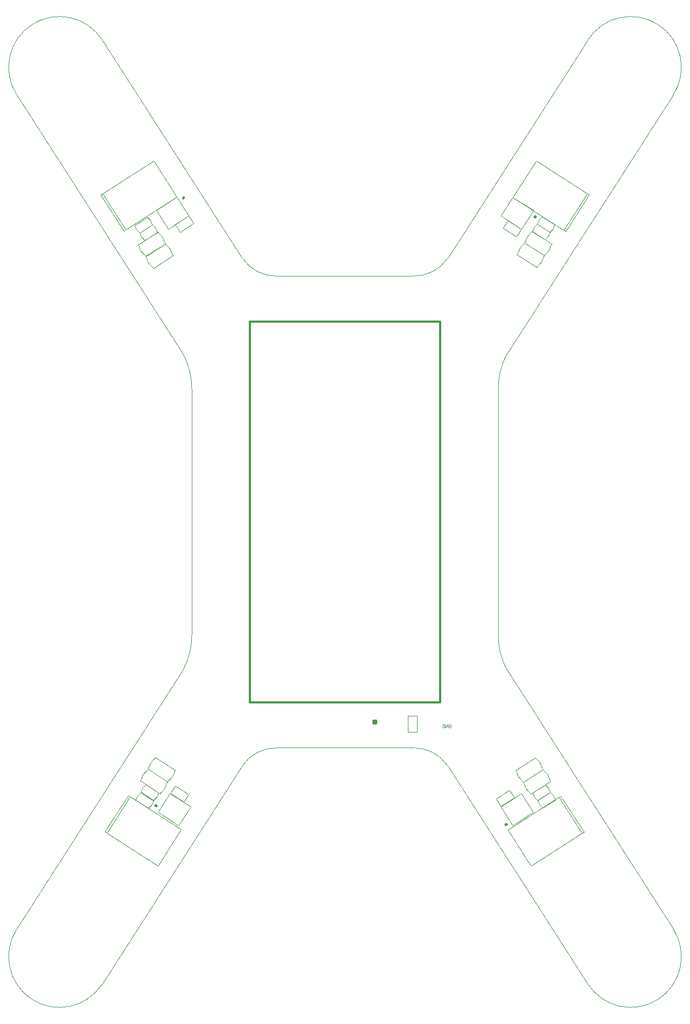
<source format=gbo>
G04 Layer_Color=32896*
%FSLAX44Y44*%
%MOMM*%
G71*
G01*
G75*
%ADD40C,0.3000*%
%ADD45C,0.1000*%
%ADD67C,0.4000*%
D40*
X1160000Y1400000D02*
Y2000000D01*
X860000Y1400000D02*
X1160000D01*
X860000D02*
Y2000000D01*
X1160000D01*
X1010000D02*
X1160000D01*
X756346Y2194253D02*
X755715Y2195234D01*
X754734Y2194603D01*
X755365Y2193622D01*
X756346Y2194253D01*
X1310061Y2163671D02*
X1310691Y2164652D01*
X1309710Y2165282D01*
X1309080Y2164301D01*
X1310061Y2163671D01*
X712039Y1238479D02*
X711409Y1237498D01*
X712390Y1236868D01*
X713020Y1237849D01*
X712039Y1238479D01*
X1262855Y1208197D02*
X1263485Y1207216D01*
X1264466Y1207847D01*
X1263836Y1208828D01*
X1262855Y1208197D01*
D45*
X706169Y2152266D02*
G03*
X698463Y2164252I-17452J-2749D01*
G01*
X678696Y2151545D02*
G03*
X686401Y2139558I17452J2749D01*
G01*
X714069Y2140366D02*
G03*
X706363Y2152352I-17452J-2749D01*
G01*
X686596Y2139645D02*
G03*
X694301Y2127658I17452J2749D01*
G01*
X738769Y2103510D02*
G03*
X726872Y2122016I-30553J-6564D01*
G01*
X696169Y2102279D02*
G03*
X708066Y2083773I30553J6564D01*
G01*
X726969Y2122310D02*
G03*
X715072Y2140816I-30553J-6564D01*
G01*
X684369Y2121079D02*
G03*
X696266Y2102573I30553J6564D01*
G01*
X1321101Y2165142D02*
G03*
X1313396Y2153155I9746J-14735D01*
G01*
X1333163Y2140448D02*
G03*
X1340869Y2152434I-9746J14735D01*
G01*
X1313301Y2153242D02*
G03*
X1305596Y2141255I9746J-14735D01*
G01*
X1325363Y2128548D02*
G03*
X1333069Y2140534I-9746J14735D01*
G01*
X1293228Y2123116D02*
G03*
X1281331Y2104610I18656J-25070D01*
G01*
X1312034Y2084873D02*
G03*
X1323931Y2103379I-18656J25070D01*
G01*
X1305128Y2141716D02*
G03*
X1293231Y2123210I18656J-25070D01*
G01*
X1323934Y2103473D02*
G03*
X1335831Y2121979I-18656J25070D01*
G01*
X708699Y1245858D02*
G03*
X716404Y1257845I-9746J14735D01*
G01*
X696637Y1270552D02*
G03*
X688931Y1258566I9746J-14735D01*
G01*
X700599Y1233458D02*
G03*
X708304Y1245445I-9746J14735D01*
G01*
X688537Y1258152D02*
G03*
X680831Y1246166I9746J-14735D01*
G01*
X718572Y1256584D02*
G03*
X730469Y1275090I-18656J25070D01*
G01*
X699766Y1294827D02*
G03*
X687869Y1276321I18656J-25070D01*
G01*
X730572Y1275084D02*
G03*
X742469Y1293590I-18656J25070D01*
G01*
X711766Y1313327D02*
G03*
X699869Y1294821I18656J-25070D01*
G01*
X1314031Y1245934D02*
G03*
X1321737Y1233948I17452J2749D01*
G01*
X1341504Y1246655D02*
G03*
X1333799Y1258642I-17452J-2749D01*
G01*
X1305731Y1257934D02*
G03*
X1313437Y1245948I17452J2749D01*
G01*
X1333204Y1258655D02*
G03*
X1325499Y1270642I-17452J-2749D01*
G01*
X1291131Y1274590D02*
G03*
X1303028Y1256084I30553J6564D01*
G01*
X1333731Y1275821D02*
G03*
X1321834Y1294327I-30553J-6564D01*
G01*
X1279231Y1293290D02*
G03*
X1291128Y1274784I30553J6564D01*
G01*
X1321831Y1294521D02*
G03*
X1309934Y1313027I-30553J-6564D01*
G01*
X712544Y2175011D02*
X731470Y2145570D01*
X763856Y2166389D01*
X744930Y2195830D02*
X763856Y2166389D01*
X712544Y2175011D02*
X744930Y2195830D01*
X1255444Y2166089D02*
X1274370Y2195530D01*
X1255444Y2166089D02*
X1287829Y2145270D01*
X1306756Y2174711D01*
X1274370Y2195530D02*
X1306756Y2174711D01*
X747729Y1206620D02*
X766656Y1236061D01*
X734270Y1256880D02*
X766656Y1236061D01*
X715344Y1227439D02*
X734270Y1256880D01*
X715344Y1227439D02*
X747729Y1206620D01*
X1287729Y1256880D02*
X1306656Y1227439D01*
X1255344Y1236061D02*
X1287729Y1256880D01*
X1255344Y1236061D02*
X1274270Y1206620D01*
X1306656Y1227439D01*
X742390Y2152494D02*
X750095Y2140507D01*
X763840Y2166283D02*
X771545Y2154296D01*
X750095Y2140507D02*
X771545Y2154296D01*
X742390Y2152494D02*
X763840Y2166283D01*
X1258654Y2146996D02*
X1266360Y2158983D01*
X1280105Y2133207D02*
X1287810Y2145194D01*
X1258654Y2146996D02*
X1280105Y2133207D01*
X1266360Y2158983D02*
X1287810Y2145194D01*
X755940Y1243217D02*
X763645Y1255204D01*
X734490Y1257006D02*
X742195Y1268993D01*
X763645Y1255204D01*
X734490Y1257006D02*
X755940Y1243217D01*
X1269105Y1262193D02*
X1276810Y1250206D01*
X1247654Y1248404D02*
X1255360Y1236417D01*
X1247654Y1248404D02*
X1269105Y1262193D01*
X1255360Y1236417D02*
X1276810Y1250206D01*
X664719Y2144079D02*
X745052Y2195721D01*
X627948Y2201279D02*
X664719Y2144079D01*
X708281Y2252921D02*
X745052Y2195721D01*
X627948Y2201279D02*
X708281Y2252921D01*
X625004Y2199386D02*
X661775Y2142186D01*
X625004Y2199386D02*
X627948Y2201279D01*
X661775Y2142186D02*
X664719Y2144079D01*
X1311219Y2252671D02*
X1391552Y2201029D01*
X1354781Y2143829D02*
X1391552Y2201029D01*
X1274448Y2195471D02*
X1311219Y2252671D01*
X1274448Y2195471D02*
X1354781Y2143829D01*
X1357725Y2141936D02*
X1394496Y2199137D01*
X1354781Y2143829D02*
X1357725Y2141936D01*
X1391552Y2201029D02*
X1394496Y2199137D01*
X634648Y1194721D02*
X714981Y1143079D01*
X634648Y1194721D02*
X671419Y1251921D01*
X714981Y1143079D02*
X751752Y1200279D01*
X671419Y1251921D02*
X751752Y1200279D01*
X631704Y1196613D02*
X668475Y1253814D01*
X671419Y1251921D01*
X631704Y1196613D02*
X634648Y1194721D01*
X1266548Y1199779D02*
X1346881Y1251421D01*
X1383652Y1194221D01*
X1266548Y1199779D02*
X1303319Y1142579D01*
X1383652Y1194221D01*
X1349825Y1253314D02*
X1386596Y1196114D01*
X1383652Y1194221D02*
X1386596Y1196114D01*
X1346881Y1251421D02*
X1349825Y1253314D01*
X686401Y2139558D02*
X706169Y2152266D01*
X678696Y2151545D02*
X698463Y2164252D01*
X694301Y2127658D02*
X714069Y2140366D01*
X686596Y2139645D02*
X706363Y2152352D01*
X696169Y2102279D02*
X726872Y2122016D01*
X708066Y2083773D02*
X738769Y2103510D01*
X684369Y2121079D02*
X715072Y2140816D01*
X696266Y2102573D02*
X726969Y2122310D01*
X1321101Y2165142D02*
X1340869Y2152434D01*
X1313396Y2153155D02*
X1333163Y2140448D01*
X1313301Y2153242D02*
X1333069Y2140534D01*
X1305596Y2141255D02*
X1325363Y2128548D01*
X1281331Y2104610D02*
X1312034Y2084873D01*
X1293228Y2123116D02*
X1323931Y2103379D01*
X1293231Y2123210D02*
X1323934Y2103473D01*
X1305128Y2141716D02*
X1335831Y2121979D01*
X688931Y1258566D02*
X708699Y1245858D01*
X696637Y1270552D02*
X716404Y1257845D01*
X680831Y1246166D02*
X700599Y1233458D01*
X688537Y1258152D02*
X708304Y1245445D01*
X699766Y1294827D02*
X730469Y1275090D01*
X687869Y1276321D02*
X718572Y1256584D01*
X711766Y1313327D02*
X742469Y1293590D01*
X699869Y1294821D02*
X730572Y1275084D01*
X1314031Y1245934D02*
X1333799Y1258642D01*
X1321737Y1233948D02*
X1341504Y1246655D01*
X1305731Y1257934D02*
X1325499Y1270642D01*
X1313437Y1245948D02*
X1333204Y1258655D01*
X1303028Y1256084D02*
X1333731Y1275821D01*
X1291131Y1274590D02*
X1321834Y1294327D01*
X1291128Y1274784D02*
X1321831Y1294521D01*
X1279231Y1293290D02*
X1309934Y1313027D01*
X1109200Y1353650D02*
X1123450D01*
X1109200Y1379150D02*
X1123450D01*
Y1353650D02*
Y1379150D01*
X1109200Y1353650D02*
Y1379150D01*
X1173668Y1364265D02*
X1174501Y1365098D01*
X1176167D01*
X1177000Y1364265D01*
Y1360933D01*
X1176167Y1360100D01*
X1174501D01*
X1173668Y1360933D01*
Y1362599D01*
X1175334D01*
X1172002Y1360100D02*
Y1365098D01*
X1168669Y1360100D01*
Y1365098D01*
X1167003D02*
Y1360100D01*
X1164504D01*
X1163671Y1360933D01*
Y1364265D01*
X1164504Y1365098D01*
X1167003D01*
X1392802Y956591D02*
G03*
X1527199Y1043409I67198J43409D01*
G01*
X1172200Y1299700D02*
G03*
X1116479Y1328719I-53619J-34952D01*
G01*
X1251300Y1506700D02*
G03*
X1265402Y1450644I118419J-12D01*
G01*
X492801Y1043409D02*
G03*
X627198Y956591I67199J-43409D01*
G01*
X903521Y1328719D02*
G03*
X847800Y1299700I-2102J-63971D01*
G01*
X754598Y1450644D02*
G03*
X768700Y1506700I-104316J56045D01*
G01*
X1527199Y2356591D02*
G03*
X1392802Y2443409I-67199J43409D01*
G01*
X1116479Y2071281D02*
G03*
X1172200Y2100300I2102J63971D01*
G01*
X1265402Y1949357D02*
G03*
X1251300Y1893300I104316J-56045D01*
G01*
X768700D02*
G03*
X754598Y1949357I-118419J12D01*
G01*
X847800Y2100300D02*
G03*
X903521Y2071281I53619J34952D01*
G01*
X627198Y2443409D02*
G03*
X492801Y2356591I-67198J-43409D01*
G01*
X1251300Y1506700D02*
Y1893300D01*
X903521Y2071281D02*
X1116479D01*
X768700Y1506700D02*
Y1893300D01*
X903521Y1328719D02*
X1116479D01*
X1172222Y1299714D02*
X1392706Y956740D01*
X1265404Y1450645D02*
X1527199Y1043409D01*
X627294Y956740D02*
X847778Y1299714D01*
X492801Y1043409D02*
X754596Y1450645D01*
X1172222Y2100286D02*
X1392706Y2443260D01*
X1265404Y1949355D02*
X1527199Y2356591D01*
X492801D02*
X754596Y1949355D01*
X627294Y2443260D02*
X847778Y2100286D01*
D67*
X1058450Y1371150D02*
X1055118D01*
Y1367818D01*
X1058450D01*
Y1371150D01*
M02*

</source>
